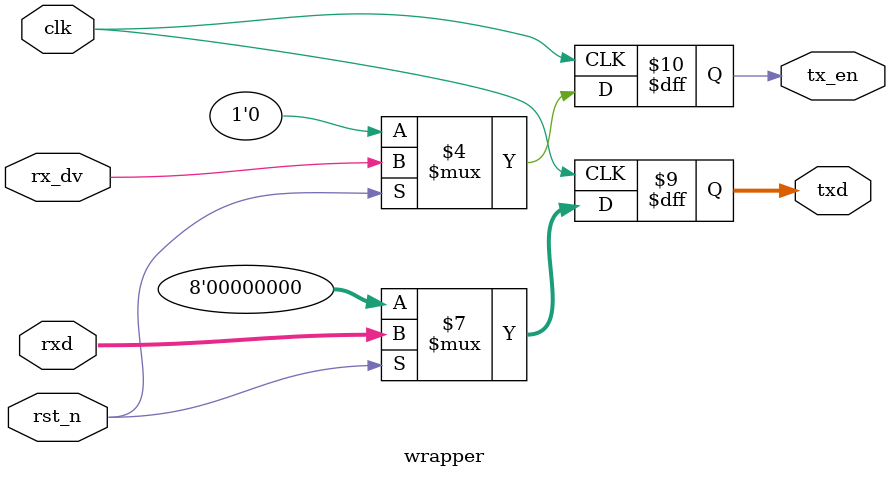
<source format=v>
module wrapper(
    input clk,
    input rst_n,
    input [7:0] rxd,
    input rx_dv,
    output reg[7:0] txd,
    output reg tx_en
    );

    
    

    always @(posedge clk) begin
        if(!rst_n) begin
            txd <= 8'h0;
            tx_en <= 1'b0;
        end 
        else begin
            txd <= rxd;
            tx_en <= rx_dv;
        end 
    end 

endmodule

</source>
